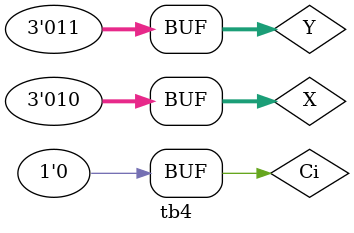
<source format=sv>
`timescale 1ns / 1ps

module tb4(
    
    );
    reg [2:0] X;
    reg [2:0] Y;
    reg Ci;

    wire [2:0] S;
    wire Co;

cla cla_inst(.c(Ci), .x(X), .y(Y), .c12(Co), .s(S));

initial begin
    X = 2;
    Y = 3;
    Ci = 0;
    #200;

//    X = -4;
//    Y = 7;
//    Ci = 0;
//    #200; 



end
endmodule

</source>
